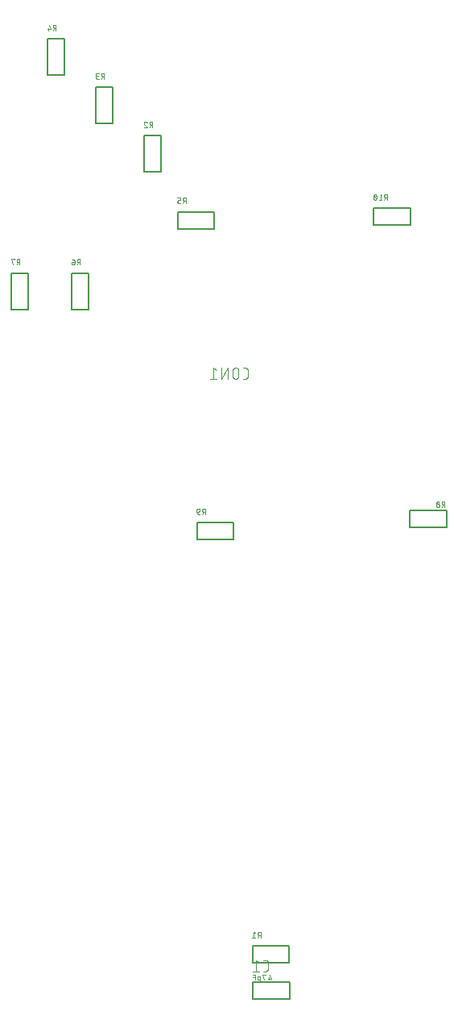
<source format=gbr>
G04 EAGLE Gerber RS-274X export*
G75*
%MOMM*%
%FSLAX34Y34*%
%LPD*%
%INSilkscreen Bottom*%
%IPPOS*%
%AMOC8*
5,1,8,0,0,1.08239X$1,22.5*%
G01*
%ADD10C,0.127000*%
%ADD11C,0.101600*%
%ADD12C,0.050800*%


D10*
X765810Y199390D02*
X804250Y199390D01*
X804250Y181610D01*
X765810Y181610D01*
X765810Y199390D01*
D11*
X776539Y210693D02*
X779136Y210693D01*
X779235Y210695D01*
X779335Y210701D01*
X779434Y210710D01*
X779532Y210723D01*
X779630Y210740D01*
X779728Y210761D01*
X779824Y210786D01*
X779919Y210814D01*
X780013Y210846D01*
X780106Y210881D01*
X780198Y210920D01*
X780288Y210963D01*
X780376Y211008D01*
X780463Y211058D01*
X780547Y211110D01*
X780630Y211166D01*
X780710Y211224D01*
X780788Y211286D01*
X780863Y211351D01*
X780936Y211419D01*
X781006Y211489D01*
X781074Y211562D01*
X781139Y211637D01*
X781201Y211715D01*
X781259Y211795D01*
X781315Y211878D01*
X781367Y211962D01*
X781417Y212049D01*
X781462Y212137D01*
X781505Y212227D01*
X781544Y212319D01*
X781579Y212412D01*
X781611Y212506D01*
X781639Y212601D01*
X781664Y212697D01*
X781685Y212795D01*
X781702Y212893D01*
X781715Y212991D01*
X781724Y213090D01*
X781730Y213190D01*
X781732Y213289D01*
X781732Y219781D01*
X781730Y219880D01*
X781724Y219980D01*
X781715Y220079D01*
X781702Y220177D01*
X781685Y220275D01*
X781664Y220373D01*
X781639Y220469D01*
X781611Y220564D01*
X781579Y220658D01*
X781544Y220751D01*
X781505Y220843D01*
X781462Y220933D01*
X781417Y221021D01*
X781367Y221108D01*
X781315Y221192D01*
X781259Y221275D01*
X781201Y221355D01*
X781139Y221433D01*
X781074Y221508D01*
X781006Y221581D01*
X780936Y221651D01*
X780863Y221719D01*
X780788Y221784D01*
X780710Y221846D01*
X780630Y221904D01*
X780547Y221960D01*
X780463Y222012D01*
X780376Y222062D01*
X780288Y222107D01*
X780198Y222150D01*
X780106Y222189D01*
X780013Y222224D01*
X779919Y222256D01*
X779824Y222284D01*
X779728Y222309D01*
X779630Y222330D01*
X779532Y222347D01*
X779434Y222360D01*
X779335Y222369D01*
X779235Y222375D01*
X779136Y222377D01*
X776539Y222377D01*
X772174Y219781D02*
X768929Y222377D01*
X768929Y210693D01*
X772174Y210693D02*
X765683Y210693D01*
D12*
X783502Y207391D02*
X784801Y202847D01*
X781555Y202847D01*
X782529Y204145D02*
X782529Y201549D01*
X779086Y206742D02*
X779086Y207391D01*
X775840Y207391D01*
X777463Y201549D01*
X773207Y199602D02*
X773207Y205444D01*
X771584Y205444D01*
X771523Y205442D01*
X771462Y205436D01*
X771401Y205427D01*
X771342Y205413D01*
X771283Y205396D01*
X771225Y205376D01*
X771169Y205351D01*
X771115Y205324D01*
X771062Y205292D01*
X771012Y205258D01*
X770963Y205220D01*
X770917Y205180D01*
X770874Y205137D01*
X770834Y205091D01*
X770796Y205043D01*
X770762Y204992D01*
X770730Y204939D01*
X770703Y204885D01*
X770678Y204829D01*
X770658Y204771D01*
X770641Y204712D01*
X770627Y204653D01*
X770618Y204592D01*
X770612Y204531D01*
X770610Y204470D01*
X770611Y204470D02*
X770611Y202523D01*
X770610Y202523D02*
X770612Y202462D01*
X770618Y202401D01*
X770627Y202340D01*
X770641Y202281D01*
X770658Y202222D01*
X770678Y202164D01*
X770703Y202108D01*
X770730Y202054D01*
X770762Y202001D01*
X770796Y201950D01*
X770834Y201902D01*
X770874Y201856D01*
X770917Y201813D01*
X770963Y201773D01*
X771011Y201735D01*
X771062Y201701D01*
X771115Y201669D01*
X771169Y201642D01*
X771225Y201617D01*
X771283Y201597D01*
X771342Y201580D01*
X771401Y201566D01*
X771462Y201557D01*
X771523Y201551D01*
X771584Y201549D01*
X773207Y201549D01*
X768025Y201549D02*
X768025Y207391D01*
X765429Y207391D01*
X765429Y204795D02*
X768025Y204795D01*
D10*
X765470Y219710D02*
X803910Y219710D01*
X765470Y219710D02*
X765470Y237490D01*
X803910Y237490D01*
X803910Y219710D01*
D12*
X774013Y246189D02*
X774013Y252031D01*
X772390Y252031D01*
X772310Y252029D01*
X772231Y252023D01*
X772152Y252013D01*
X772073Y252000D01*
X771996Y251982D01*
X771919Y251961D01*
X771843Y251936D01*
X771769Y251907D01*
X771696Y251875D01*
X771625Y251839D01*
X771556Y251800D01*
X771488Y251757D01*
X771423Y251712D01*
X771360Y251663D01*
X771300Y251611D01*
X771242Y251556D01*
X771187Y251498D01*
X771135Y251438D01*
X771086Y251375D01*
X771041Y251310D01*
X770998Y251242D01*
X770959Y251173D01*
X770923Y251102D01*
X770891Y251029D01*
X770862Y250955D01*
X770837Y250879D01*
X770816Y250802D01*
X770798Y250725D01*
X770785Y250646D01*
X770775Y250567D01*
X770769Y250488D01*
X770767Y250408D01*
X770769Y250328D01*
X770775Y250249D01*
X770785Y250170D01*
X770798Y250091D01*
X770816Y250014D01*
X770837Y249937D01*
X770862Y249861D01*
X770891Y249787D01*
X770923Y249714D01*
X770959Y249643D01*
X770998Y249574D01*
X771041Y249506D01*
X771086Y249441D01*
X771135Y249378D01*
X771187Y249318D01*
X771242Y249260D01*
X771300Y249205D01*
X771360Y249153D01*
X771423Y249104D01*
X771488Y249059D01*
X771556Y249016D01*
X771625Y248977D01*
X771696Y248941D01*
X771769Y248909D01*
X771843Y248880D01*
X771919Y248855D01*
X771996Y248834D01*
X772073Y248816D01*
X772152Y248803D01*
X772231Y248793D01*
X772310Y248787D01*
X772390Y248785D01*
X774013Y248785D01*
X772065Y248785D02*
X770767Y246189D01*
X768335Y250733D02*
X766712Y252031D01*
X766712Y246189D01*
X768335Y246189D02*
X765089Y246189D01*
D10*
X930910Y694690D02*
X969350Y694690D01*
X969350Y676910D01*
X930910Y676910D01*
X930910Y694690D01*
D12*
X967393Y698309D02*
X967393Y704151D01*
X965770Y704151D01*
X965690Y704149D01*
X965611Y704143D01*
X965532Y704133D01*
X965453Y704120D01*
X965376Y704102D01*
X965299Y704081D01*
X965223Y704056D01*
X965149Y704027D01*
X965076Y703995D01*
X965005Y703959D01*
X964936Y703920D01*
X964868Y703877D01*
X964803Y703832D01*
X964740Y703783D01*
X964680Y703731D01*
X964622Y703676D01*
X964567Y703618D01*
X964515Y703558D01*
X964466Y703495D01*
X964421Y703430D01*
X964378Y703362D01*
X964339Y703293D01*
X964303Y703222D01*
X964271Y703149D01*
X964242Y703075D01*
X964217Y702999D01*
X964196Y702922D01*
X964178Y702845D01*
X964165Y702766D01*
X964155Y702687D01*
X964149Y702608D01*
X964147Y702528D01*
X964149Y702448D01*
X964155Y702369D01*
X964165Y702290D01*
X964178Y702211D01*
X964196Y702134D01*
X964217Y702057D01*
X964242Y701981D01*
X964271Y701907D01*
X964303Y701834D01*
X964339Y701763D01*
X964378Y701694D01*
X964421Y701626D01*
X964466Y701561D01*
X964515Y701498D01*
X964567Y701438D01*
X964622Y701380D01*
X964680Y701325D01*
X964740Y701273D01*
X964803Y701224D01*
X964868Y701179D01*
X964936Y701136D01*
X965005Y701097D01*
X965076Y701061D01*
X965149Y701029D01*
X965223Y701000D01*
X965299Y700975D01*
X965376Y700954D01*
X965453Y700936D01*
X965532Y700923D01*
X965611Y700913D01*
X965690Y700907D01*
X965770Y700905D01*
X967393Y700905D01*
X965445Y700905D02*
X964147Y698309D01*
X961715Y699932D02*
X961713Y700012D01*
X961707Y700091D01*
X961697Y700170D01*
X961684Y700249D01*
X961666Y700326D01*
X961645Y700403D01*
X961620Y700479D01*
X961591Y700553D01*
X961559Y700626D01*
X961523Y700697D01*
X961484Y700766D01*
X961441Y700834D01*
X961396Y700899D01*
X961347Y700962D01*
X961295Y701022D01*
X961240Y701080D01*
X961182Y701135D01*
X961122Y701187D01*
X961059Y701236D01*
X960994Y701281D01*
X960926Y701324D01*
X960857Y701363D01*
X960786Y701399D01*
X960713Y701431D01*
X960639Y701460D01*
X960563Y701485D01*
X960486Y701506D01*
X960409Y701524D01*
X960330Y701537D01*
X960251Y701547D01*
X960172Y701553D01*
X960092Y701555D01*
X960012Y701553D01*
X959933Y701547D01*
X959854Y701537D01*
X959775Y701524D01*
X959698Y701506D01*
X959621Y701485D01*
X959545Y701460D01*
X959471Y701431D01*
X959398Y701399D01*
X959327Y701363D01*
X959258Y701324D01*
X959190Y701281D01*
X959125Y701236D01*
X959062Y701187D01*
X959002Y701135D01*
X958944Y701080D01*
X958889Y701022D01*
X958837Y700962D01*
X958788Y700899D01*
X958743Y700834D01*
X958700Y700766D01*
X958661Y700697D01*
X958625Y700626D01*
X958593Y700553D01*
X958564Y700479D01*
X958539Y700403D01*
X958518Y700326D01*
X958500Y700249D01*
X958487Y700170D01*
X958477Y700091D01*
X958471Y700012D01*
X958469Y699932D01*
X958471Y699852D01*
X958477Y699773D01*
X958487Y699694D01*
X958500Y699615D01*
X958518Y699538D01*
X958539Y699461D01*
X958564Y699385D01*
X958593Y699311D01*
X958625Y699238D01*
X958661Y699167D01*
X958700Y699098D01*
X958743Y699030D01*
X958788Y698965D01*
X958837Y698902D01*
X958889Y698842D01*
X958944Y698784D01*
X959002Y698729D01*
X959062Y698677D01*
X959125Y698628D01*
X959190Y698583D01*
X959258Y698540D01*
X959327Y698501D01*
X959398Y698465D01*
X959471Y698433D01*
X959545Y698404D01*
X959621Y698379D01*
X959698Y698358D01*
X959775Y698340D01*
X959854Y698327D01*
X959933Y698317D01*
X960012Y698311D01*
X960092Y698309D01*
X960172Y698311D01*
X960251Y698317D01*
X960330Y698327D01*
X960409Y698340D01*
X960486Y698358D01*
X960563Y698379D01*
X960639Y698404D01*
X960713Y698433D01*
X960786Y698465D01*
X960857Y698501D01*
X960926Y698540D01*
X960994Y698583D01*
X961059Y698628D01*
X961122Y698677D01*
X961182Y698729D01*
X961240Y698784D01*
X961295Y698842D01*
X961347Y698902D01*
X961396Y698965D01*
X961441Y699030D01*
X961484Y699098D01*
X961523Y699167D01*
X961559Y699238D01*
X961591Y699311D01*
X961620Y699385D01*
X961645Y699461D01*
X961666Y699538D01*
X961684Y699615D01*
X961697Y699694D01*
X961707Y699773D01*
X961713Y699852D01*
X961715Y699932D01*
X961390Y702853D02*
X961388Y702923D01*
X961382Y702993D01*
X961373Y703063D01*
X961360Y703132D01*
X961343Y703200D01*
X961322Y703267D01*
X961298Y703333D01*
X961270Y703398D01*
X961239Y703461D01*
X961204Y703522D01*
X961166Y703581D01*
X961125Y703639D01*
X961081Y703693D01*
X961034Y703746D01*
X960985Y703795D01*
X960932Y703842D01*
X960878Y703886D01*
X960820Y703927D01*
X960761Y703965D01*
X960700Y704000D01*
X960637Y704031D01*
X960572Y704059D01*
X960506Y704083D01*
X960439Y704104D01*
X960371Y704121D01*
X960302Y704134D01*
X960232Y704143D01*
X960162Y704149D01*
X960092Y704151D01*
X960022Y704149D01*
X959952Y704143D01*
X959882Y704134D01*
X959813Y704121D01*
X959745Y704104D01*
X959678Y704083D01*
X959612Y704059D01*
X959547Y704031D01*
X959484Y704000D01*
X959423Y703965D01*
X959364Y703927D01*
X959306Y703886D01*
X959252Y703842D01*
X959199Y703795D01*
X959150Y703746D01*
X959103Y703693D01*
X959059Y703639D01*
X959018Y703581D01*
X958980Y703522D01*
X958945Y703461D01*
X958914Y703398D01*
X958886Y703333D01*
X958862Y703267D01*
X958841Y703200D01*
X958824Y703132D01*
X958811Y703063D01*
X958802Y702993D01*
X958796Y702923D01*
X958794Y702853D01*
X958796Y702783D01*
X958802Y702713D01*
X958811Y702643D01*
X958824Y702574D01*
X958841Y702506D01*
X958862Y702439D01*
X958886Y702373D01*
X958914Y702308D01*
X958945Y702245D01*
X958980Y702184D01*
X959018Y702125D01*
X959059Y702067D01*
X959103Y702013D01*
X959150Y701960D01*
X959199Y701911D01*
X959252Y701864D01*
X959306Y701820D01*
X959364Y701779D01*
X959423Y701741D01*
X959484Y701706D01*
X959547Y701675D01*
X959612Y701647D01*
X959678Y701623D01*
X959745Y701602D01*
X959813Y701585D01*
X959882Y701572D01*
X959952Y701563D01*
X960022Y701557D01*
X960092Y701555D01*
X960162Y701557D01*
X960232Y701563D01*
X960302Y701572D01*
X960371Y701585D01*
X960439Y701602D01*
X960506Y701623D01*
X960572Y701647D01*
X960637Y701675D01*
X960700Y701706D01*
X960761Y701741D01*
X960820Y701779D01*
X960878Y701820D01*
X960932Y701864D01*
X960985Y701911D01*
X961034Y701960D01*
X961081Y702013D01*
X961125Y702067D01*
X961166Y702125D01*
X961204Y702184D01*
X961239Y702245D01*
X961270Y702308D01*
X961298Y702373D01*
X961322Y702439D01*
X961343Y702506D01*
X961360Y702574D01*
X961373Y702643D01*
X961382Y702713D01*
X961388Y702783D01*
X961390Y702853D01*
D10*
X745490Y664210D02*
X707050Y664210D01*
X707050Y681990D01*
X745490Y681990D01*
X745490Y664210D01*
D12*
X715593Y690689D02*
X715593Y696531D01*
X713970Y696531D01*
X713890Y696529D01*
X713811Y696523D01*
X713732Y696513D01*
X713653Y696500D01*
X713576Y696482D01*
X713499Y696461D01*
X713423Y696436D01*
X713349Y696407D01*
X713276Y696375D01*
X713205Y696339D01*
X713136Y696300D01*
X713068Y696257D01*
X713003Y696212D01*
X712940Y696163D01*
X712880Y696111D01*
X712822Y696056D01*
X712767Y695998D01*
X712715Y695938D01*
X712666Y695875D01*
X712621Y695810D01*
X712578Y695742D01*
X712539Y695673D01*
X712503Y695602D01*
X712471Y695529D01*
X712442Y695455D01*
X712417Y695379D01*
X712396Y695302D01*
X712378Y695225D01*
X712365Y695146D01*
X712355Y695067D01*
X712349Y694988D01*
X712347Y694908D01*
X712349Y694828D01*
X712355Y694749D01*
X712365Y694670D01*
X712378Y694591D01*
X712396Y694514D01*
X712417Y694437D01*
X712442Y694361D01*
X712471Y694287D01*
X712503Y694214D01*
X712539Y694143D01*
X712578Y694074D01*
X712621Y694006D01*
X712666Y693941D01*
X712715Y693878D01*
X712767Y693818D01*
X712822Y693760D01*
X712880Y693705D01*
X712940Y693653D01*
X713003Y693604D01*
X713068Y693559D01*
X713136Y693516D01*
X713205Y693477D01*
X713276Y693441D01*
X713349Y693409D01*
X713423Y693380D01*
X713499Y693355D01*
X713576Y693334D01*
X713653Y693316D01*
X713732Y693303D01*
X713811Y693293D01*
X713890Y693287D01*
X713970Y693285D01*
X715593Y693285D01*
X713645Y693285D02*
X712347Y690689D01*
X708616Y693285D02*
X706669Y693285D01*
X708616Y693286D02*
X708686Y693288D01*
X708756Y693294D01*
X708826Y693303D01*
X708895Y693316D01*
X708963Y693333D01*
X709030Y693354D01*
X709096Y693378D01*
X709161Y693406D01*
X709224Y693437D01*
X709285Y693472D01*
X709344Y693510D01*
X709402Y693551D01*
X709456Y693595D01*
X709509Y693642D01*
X709558Y693691D01*
X709605Y693744D01*
X709649Y693798D01*
X709690Y693856D01*
X709728Y693915D01*
X709763Y693976D01*
X709794Y694039D01*
X709822Y694104D01*
X709846Y694170D01*
X709867Y694237D01*
X709884Y694305D01*
X709897Y694374D01*
X709906Y694444D01*
X709912Y694514D01*
X709914Y694584D01*
X709915Y694584D02*
X709915Y694908D01*
X709913Y694988D01*
X709907Y695067D01*
X709897Y695146D01*
X709884Y695225D01*
X709866Y695302D01*
X709845Y695379D01*
X709820Y695455D01*
X709791Y695529D01*
X709759Y695602D01*
X709723Y695673D01*
X709684Y695742D01*
X709641Y695810D01*
X709596Y695875D01*
X709547Y695938D01*
X709495Y695998D01*
X709440Y696056D01*
X709382Y696111D01*
X709322Y696163D01*
X709259Y696212D01*
X709194Y696257D01*
X709126Y696300D01*
X709057Y696339D01*
X708986Y696375D01*
X708913Y696407D01*
X708839Y696436D01*
X708763Y696461D01*
X708686Y696482D01*
X708609Y696500D01*
X708530Y696513D01*
X708451Y696523D01*
X708372Y696529D01*
X708292Y696531D01*
X708212Y696529D01*
X708133Y696523D01*
X708054Y696513D01*
X707975Y696500D01*
X707898Y696482D01*
X707821Y696461D01*
X707745Y696436D01*
X707671Y696407D01*
X707598Y696375D01*
X707527Y696339D01*
X707458Y696300D01*
X707390Y696257D01*
X707325Y696212D01*
X707262Y696163D01*
X707202Y696111D01*
X707144Y696056D01*
X707089Y695998D01*
X707037Y695938D01*
X706988Y695875D01*
X706943Y695810D01*
X706900Y695742D01*
X706861Y695673D01*
X706825Y695602D01*
X706793Y695529D01*
X706764Y695455D01*
X706739Y695379D01*
X706718Y695302D01*
X706700Y695225D01*
X706687Y695146D01*
X706677Y695067D01*
X706671Y694988D01*
X706669Y694908D01*
X706669Y693285D01*
X706671Y693186D01*
X706677Y693086D01*
X706686Y692987D01*
X706699Y692889D01*
X706716Y692791D01*
X706737Y692693D01*
X706762Y692597D01*
X706790Y692502D01*
X706822Y692408D01*
X706857Y692315D01*
X706896Y692223D01*
X706939Y692133D01*
X706984Y692045D01*
X707034Y691958D01*
X707086Y691874D01*
X707142Y691791D01*
X707200Y691711D01*
X707262Y691633D01*
X707327Y691558D01*
X707395Y691485D01*
X707465Y691415D01*
X707538Y691347D01*
X707613Y691282D01*
X707691Y691220D01*
X707771Y691162D01*
X707854Y691106D01*
X707938Y691054D01*
X708025Y691004D01*
X708113Y690959D01*
X708203Y690916D01*
X708295Y690877D01*
X708388Y690842D01*
X708482Y690810D01*
X708577Y690782D01*
X708673Y690757D01*
X708771Y690736D01*
X708869Y690719D01*
X708967Y690706D01*
X709066Y690697D01*
X709166Y690691D01*
X709265Y690689D01*
D10*
X892810Y1012190D02*
X931250Y1012190D01*
X931250Y994410D01*
X892810Y994410D01*
X892810Y1012190D01*
D12*
X907068Y1020889D02*
X907068Y1026731D01*
X905445Y1026731D01*
X905365Y1026729D01*
X905286Y1026723D01*
X905207Y1026713D01*
X905128Y1026700D01*
X905051Y1026682D01*
X904974Y1026661D01*
X904898Y1026636D01*
X904824Y1026607D01*
X904751Y1026575D01*
X904680Y1026539D01*
X904611Y1026500D01*
X904543Y1026457D01*
X904478Y1026412D01*
X904415Y1026363D01*
X904355Y1026311D01*
X904297Y1026256D01*
X904242Y1026198D01*
X904190Y1026138D01*
X904141Y1026075D01*
X904096Y1026010D01*
X904053Y1025942D01*
X904014Y1025873D01*
X903978Y1025802D01*
X903946Y1025729D01*
X903917Y1025655D01*
X903892Y1025579D01*
X903871Y1025502D01*
X903853Y1025425D01*
X903840Y1025346D01*
X903830Y1025267D01*
X903824Y1025188D01*
X903822Y1025108D01*
X903824Y1025028D01*
X903830Y1024949D01*
X903840Y1024870D01*
X903853Y1024791D01*
X903871Y1024714D01*
X903892Y1024637D01*
X903917Y1024561D01*
X903946Y1024487D01*
X903978Y1024414D01*
X904014Y1024343D01*
X904053Y1024274D01*
X904096Y1024206D01*
X904141Y1024141D01*
X904190Y1024078D01*
X904242Y1024018D01*
X904297Y1023960D01*
X904355Y1023905D01*
X904415Y1023853D01*
X904478Y1023804D01*
X904543Y1023759D01*
X904611Y1023716D01*
X904680Y1023677D01*
X904751Y1023641D01*
X904824Y1023609D01*
X904898Y1023580D01*
X904974Y1023555D01*
X905051Y1023534D01*
X905128Y1023516D01*
X905207Y1023503D01*
X905286Y1023493D01*
X905365Y1023487D01*
X905445Y1023485D01*
X907068Y1023485D01*
X905120Y1023485D02*
X903822Y1020889D01*
X901390Y1025433D02*
X899767Y1026731D01*
X899767Y1020889D01*
X901390Y1020889D02*
X898144Y1020889D01*
X895674Y1023810D02*
X895672Y1023946D01*
X895666Y1024083D01*
X895657Y1024219D01*
X895643Y1024355D01*
X895626Y1024490D01*
X895605Y1024625D01*
X895580Y1024759D01*
X895551Y1024892D01*
X895518Y1025025D01*
X895482Y1025157D01*
X895442Y1025287D01*
X895398Y1025416D01*
X895351Y1025544D01*
X895300Y1025671D01*
X895245Y1025796D01*
X895187Y1025919D01*
X895188Y1025919D02*
X895164Y1025983D01*
X895137Y1026045D01*
X895106Y1026105D01*
X895072Y1026164D01*
X895035Y1026220D01*
X894994Y1026274D01*
X894951Y1026326D01*
X894905Y1026376D01*
X894856Y1026423D01*
X894804Y1026466D01*
X894750Y1026507D01*
X894694Y1026545D01*
X894636Y1026580D01*
X894576Y1026611D01*
X894514Y1026639D01*
X894451Y1026663D01*
X894386Y1026684D01*
X894321Y1026701D01*
X894254Y1026714D01*
X894187Y1026723D01*
X894120Y1026729D01*
X894052Y1026731D01*
X893984Y1026729D01*
X893917Y1026723D01*
X893850Y1026714D01*
X893783Y1026701D01*
X893718Y1026684D01*
X893653Y1026663D01*
X893590Y1026639D01*
X893528Y1026611D01*
X893468Y1026580D01*
X893410Y1026545D01*
X893354Y1026507D01*
X893300Y1026466D01*
X893248Y1026423D01*
X893199Y1026376D01*
X893153Y1026326D01*
X893110Y1026275D01*
X893069Y1026220D01*
X893032Y1026164D01*
X892998Y1026105D01*
X892967Y1026045D01*
X892940Y1025983D01*
X892916Y1025920D01*
X892916Y1025919D02*
X892858Y1025796D01*
X892803Y1025671D01*
X892752Y1025544D01*
X892705Y1025416D01*
X892661Y1025287D01*
X892621Y1025157D01*
X892585Y1025025D01*
X892552Y1024892D01*
X892523Y1024759D01*
X892498Y1024625D01*
X892477Y1024490D01*
X892460Y1024355D01*
X892446Y1024219D01*
X892437Y1024083D01*
X892431Y1023946D01*
X892429Y1023810D01*
X895675Y1023810D02*
X895673Y1023674D01*
X895667Y1023537D01*
X895658Y1023401D01*
X895644Y1023265D01*
X895627Y1023130D01*
X895606Y1022995D01*
X895581Y1022861D01*
X895552Y1022727D01*
X895519Y1022595D01*
X895483Y1022463D01*
X895443Y1022333D01*
X895399Y1022203D01*
X895352Y1022075D01*
X895301Y1021949D01*
X895246Y1021824D01*
X895188Y1021700D01*
X895164Y1021637D01*
X895137Y1021575D01*
X895106Y1021515D01*
X895072Y1021456D01*
X895035Y1021400D01*
X894994Y1021345D01*
X894951Y1021294D01*
X894905Y1021244D01*
X894856Y1021197D01*
X894804Y1021154D01*
X894750Y1021113D01*
X894694Y1021075D01*
X894636Y1021040D01*
X894576Y1021009D01*
X894514Y1020981D01*
X894451Y1020957D01*
X894386Y1020936D01*
X894321Y1020919D01*
X894254Y1020906D01*
X894187Y1020897D01*
X894120Y1020891D01*
X894052Y1020889D01*
X892916Y1021700D02*
X892858Y1021824D01*
X892803Y1021949D01*
X892752Y1022075D01*
X892705Y1022203D01*
X892661Y1022333D01*
X892621Y1022463D01*
X892585Y1022595D01*
X892552Y1022727D01*
X892523Y1022861D01*
X892498Y1022995D01*
X892477Y1023130D01*
X892460Y1023265D01*
X892446Y1023401D01*
X892437Y1023537D01*
X892431Y1023674D01*
X892429Y1023810D01*
X892916Y1021700D02*
X892940Y1021637D01*
X892967Y1021575D01*
X892998Y1021515D01*
X893032Y1021456D01*
X893069Y1021400D01*
X893110Y1021345D01*
X893153Y1021294D01*
X893199Y1021244D01*
X893248Y1021197D01*
X893300Y1021154D01*
X893354Y1021113D01*
X893410Y1021075D01*
X893468Y1021040D01*
X893528Y1021009D01*
X893590Y1020981D01*
X893653Y1020957D01*
X893718Y1020936D01*
X893783Y1020919D01*
X893850Y1020906D01*
X893917Y1020897D01*
X893984Y1020891D01*
X894052Y1020889D01*
X895350Y1022187D02*
X892754Y1025433D01*
D10*
X725170Y990600D02*
X686730Y990600D01*
X686730Y1008380D01*
X725170Y1008380D01*
X725170Y990600D01*
D12*
X695273Y1017079D02*
X695273Y1022921D01*
X693650Y1022921D01*
X693570Y1022919D01*
X693491Y1022913D01*
X693412Y1022903D01*
X693333Y1022890D01*
X693256Y1022872D01*
X693179Y1022851D01*
X693103Y1022826D01*
X693029Y1022797D01*
X692956Y1022765D01*
X692885Y1022729D01*
X692816Y1022690D01*
X692748Y1022647D01*
X692683Y1022602D01*
X692620Y1022553D01*
X692560Y1022501D01*
X692502Y1022446D01*
X692447Y1022388D01*
X692395Y1022328D01*
X692346Y1022265D01*
X692301Y1022200D01*
X692258Y1022132D01*
X692219Y1022063D01*
X692183Y1021992D01*
X692151Y1021919D01*
X692122Y1021845D01*
X692097Y1021769D01*
X692076Y1021692D01*
X692058Y1021615D01*
X692045Y1021536D01*
X692035Y1021457D01*
X692029Y1021378D01*
X692027Y1021298D01*
X692029Y1021218D01*
X692035Y1021139D01*
X692045Y1021060D01*
X692058Y1020981D01*
X692076Y1020904D01*
X692097Y1020827D01*
X692122Y1020751D01*
X692151Y1020677D01*
X692183Y1020604D01*
X692219Y1020533D01*
X692258Y1020464D01*
X692301Y1020396D01*
X692346Y1020331D01*
X692395Y1020268D01*
X692447Y1020208D01*
X692502Y1020150D01*
X692560Y1020095D01*
X692620Y1020043D01*
X692683Y1019994D01*
X692748Y1019949D01*
X692816Y1019906D01*
X692885Y1019867D01*
X692956Y1019831D01*
X693029Y1019799D01*
X693103Y1019770D01*
X693179Y1019745D01*
X693256Y1019724D01*
X693333Y1019706D01*
X693412Y1019693D01*
X693491Y1019683D01*
X693570Y1019677D01*
X693650Y1019675D01*
X695273Y1019675D01*
X693325Y1019675D02*
X692027Y1017079D01*
X689595Y1017079D02*
X687647Y1017079D01*
X687577Y1017081D01*
X687507Y1017087D01*
X687437Y1017096D01*
X687368Y1017109D01*
X687300Y1017126D01*
X687233Y1017147D01*
X687167Y1017171D01*
X687102Y1017199D01*
X687039Y1017230D01*
X686978Y1017265D01*
X686919Y1017303D01*
X686861Y1017344D01*
X686807Y1017388D01*
X686754Y1017435D01*
X686705Y1017484D01*
X686658Y1017537D01*
X686614Y1017591D01*
X686573Y1017649D01*
X686535Y1017708D01*
X686500Y1017769D01*
X686469Y1017832D01*
X686441Y1017897D01*
X686417Y1017963D01*
X686396Y1018030D01*
X686379Y1018098D01*
X686366Y1018167D01*
X686357Y1018237D01*
X686351Y1018307D01*
X686349Y1018377D01*
X686349Y1019026D01*
X686351Y1019096D01*
X686357Y1019166D01*
X686366Y1019236D01*
X686379Y1019305D01*
X686396Y1019373D01*
X686417Y1019440D01*
X686441Y1019506D01*
X686469Y1019571D01*
X686500Y1019634D01*
X686535Y1019695D01*
X686573Y1019754D01*
X686614Y1019812D01*
X686658Y1019866D01*
X686705Y1019919D01*
X686754Y1019968D01*
X686807Y1020015D01*
X686861Y1020059D01*
X686919Y1020100D01*
X686978Y1020138D01*
X687039Y1020173D01*
X687102Y1020204D01*
X687167Y1020232D01*
X687233Y1020256D01*
X687300Y1020277D01*
X687368Y1020294D01*
X687437Y1020307D01*
X687507Y1020316D01*
X687577Y1020322D01*
X687647Y1020324D01*
X687647Y1020325D02*
X689595Y1020325D01*
X689595Y1022921D01*
X686349Y1022921D01*
D10*
X575310Y943950D02*
X575310Y905510D01*
X575310Y943950D02*
X593090Y943950D01*
X593090Y905510D01*
X575310Y905510D01*
D12*
X583853Y952649D02*
X583853Y958491D01*
X582230Y958491D01*
X582150Y958489D01*
X582071Y958483D01*
X581992Y958473D01*
X581913Y958460D01*
X581836Y958442D01*
X581759Y958421D01*
X581683Y958396D01*
X581609Y958367D01*
X581536Y958335D01*
X581465Y958299D01*
X581396Y958260D01*
X581328Y958217D01*
X581263Y958172D01*
X581200Y958123D01*
X581140Y958071D01*
X581082Y958016D01*
X581027Y957958D01*
X580975Y957898D01*
X580926Y957835D01*
X580881Y957770D01*
X580838Y957702D01*
X580799Y957633D01*
X580763Y957562D01*
X580731Y957489D01*
X580702Y957415D01*
X580677Y957339D01*
X580656Y957262D01*
X580638Y957185D01*
X580625Y957106D01*
X580615Y957027D01*
X580609Y956948D01*
X580607Y956868D01*
X580609Y956788D01*
X580615Y956709D01*
X580625Y956630D01*
X580638Y956551D01*
X580656Y956474D01*
X580677Y956397D01*
X580702Y956321D01*
X580731Y956247D01*
X580763Y956174D01*
X580799Y956103D01*
X580838Y956034D01*
X580881Y955966D01*
X580926Y955901D01*
X580975Y955838D01*
X581027Y955778D01*
X581082Y955720D01*
X581140Y955665D01*
X581200Y955613D01*
X581263Y955564D01*
X581328Y955519D01*
X581396Y955476D01*
X581465Y955437D01*
X581536Y955401D01*
X581609Y955369D01*
X581683Y955340D01*
X581759Y955315D01*
X581836Y955294D01*
X581913Y955276D01*
X581992Y955263D01*
X582071Y955253D01*
X582150Y955247D01*
X582230Y955245D01*
X583853Y955245D01*
X581905Y955245D02*
X580607Y952649D01*
X578175Y955895D02*
X576227Y955895D01*
X576227Y955894D02*
X576157Y955892D01*
X576087Y955886D01*
X576017Y955877D01*
X575948Y955864D01*
X575880Y955847D01*
X575813Y955826D01*
X575747Y955802D01*
X575682Y955774D01*
X575619Y955743D01*
X575558Y955708D01*
X575499Y955670D01*
X575441Y955629D01*
X575387Y955585D01*
X575334Y955538D01*
X575285Y955489D01*
X575238Y955436D01*
X575194Y955382D01*
X575153Y955324D01*
X575115Y955265D01*
X575080Y955204D01*
X575049Y955141D01*
X575021Y955076D01*
X574997Y955010D01*
X574976Y954943D01*
X574959Y954875D01*
X574946Y954806D01*
X574937Y954736D01*
X574931Y954666D01*
X574929Y954596D01*
X574929Y954272D01*
X574931Y954192D01*
X574937Y954113D01*
X574947Y954034D01*
X574960Y953955D01*
X574978Y953878D01*
X574999Y953801D01*
X575024Y953725D01*
X575053Y953651D01*
X575085Y953578D01*
X575121Y953507D01*
X575160Y953438D01*
X575203Y953370D01*
X575248Y953305D01*
X575297Y953242D01*
X575349Y953182D01*
X575404Y953124D01*
X575462Y953069D01*
X575522Y953017D01*
X575585Y952968D01*
X575650Y952923D01*
X575718Y952880D01*
X575787Y952841D01*
X575858Y952805D01*
X575931Y952773D01*
X576005Y952744D01*
X576081Y952719D01*
X576158Y952698D01*
X576235Y952680D01*
X576314Y952667D01*
X576393Y952657D01*
X576472Y952651D01*
X576552Y952649D01*
X576632Y952651D01*
X576711Y952657D01*
X576790Y952667D01*
X576869Y952680D01*
X576946Y952698D01*
X577023Y952719D01*
X577099Y952744D01*
X577173Y952773D01*
X577246Y952805D01*
X577317Y952841D01*
X577386Y952880D01*
X577454Y952923D01*
X577519Y952968D01*
X577582Y953017D01*
X577642Y953069D01*
X577700Y953124D01*
X577755Y953182D01*
X577807Y953242D01*
X577856Y953305D01*
X577901Y953370D01*
X577944Y953438D01*
X577983Y953507D01*
X578019Y953578D01*
X578051Y953651D01*
X578080Y953725D01*
X578105Y953801D01*
X578126Y953878D01*
X578144Y953955D01*
X578157Y954034D01*
X578167Y954113D01*
X578173Y954192D01*
X578175Y954272D01*
X578175Y955895D01*
X578174Y955895D02*
X578172Y955994D01*
X578166Y956094D01*
X578157Y956193D01*
X578144Y956291D01*
X578127Y956389D01*
X578106Y956487D01*
X578081Y956583D01*
X578053Y956678D01*
X578021Y956772D01*
X577986Y956865D01*
X577947Y956957D01*
X577904Y957047D01*
X577859Y957135D01*
X577809Y957222D01*
X577757Y957306D01*
X577701Y957389D01*
X577643Y957469D01*
X577581Y957547D01*
X577516Y957622D01*
X577448Y957695D01*
X577378Y957765D01*
X577305Y957833D01*
X577230Y957898D01*
X577152Y957960D01*
X577072Y958018D01*
X576989Y958074D01*
X576905Y958126D01*
X576818Y958176D01*
X576730Y958221D01*
X576640Y958264D01*
X576548Y958303D01*
X576455Y958338D01*
X576361Y958370D01*
X576266Y958398D01*
X576170Y958423D01*
X576072Y958444D01*
X575974Y958461D01*
X575876Y958474D01*
X575777Y958483D01*
X575677Y958489D01*
X575578Y958491D01*
D10*
X511810Y943950D02*
X511810Y905510D01*
X511810Y943950D02*
X529590Y943950D01*
X529590Y905510D01*
X511810Y905510D01*
D12*
X520353Y952649D02*
X520353Y958491D01*
X518730Y958491D01*
X518650Y958489D01*
X518571Y958483D01*
X518492Y958473D01*
X518413Y958460D01*
X518336Y958442D01*
X518259Y958421D01*
X518183Y958396D01*
X518109Y958367D01*
X518036Y958335D01*
X517965Y958299D01*
X517896Y958260D01*
X517828Y958217D01*
X517763Y958172D01*
X517700Y958123D01*
X517640Y958071D01*
X517582Y958016D01*
X517527Y957958D01*
X517475Y957898D01*
X517426Y957835D01*
X517381Y957770D01*
X517338Y957702D01*
X517299Y957633D01*
X517263Y957562D01*
X517231Y957489D01*
X517202Y957415D01*
X517177Y957339D01*
X517156Y957262D01*
X517138Y957185D01*
X517125Y957106D01*
X517115Y957027D01*
X517109Y956948D01*
X517107Y956868D01*
X517109Y956788D01*
X517115Y956709D01*
X517125Y956630D01*
X517138Y956551D01*
X517156Y956474D01*
X517177Y956397D01*
X517202Y956321D01*
X517231Y956247D01*
X517263Y956174D01*
X517299Y956103D01*
X517338Y956034D01*
X517381Y955966D01*
X517426Y955901D01*
X517475Y955838D01*
X517527Y955778D01*
X517582Y955720D01*
X517640Y955665D01*
X517700Y955613D01*
X517763Y955564D01*
X517828Y955519D01*
X517896Y955476D01*
X517965Y955437D01*
X518036Y955401D01*
X518109Y955369D01*
X518183Y955340D01*
X518259Y955315D01*
X518336Y955294D01*
X518413Y955276D01*
X518492Y955263D01*
X518571Y955253D01*
X518650Y955247D01*
X518730Y955245D01*
X520353Y955245D01*
X518405Y955245D02*
X517107Y952649D01*
X514675Y957842D02*
X514675Y958491D01*
X511429Y958491D01*
X513052Y952649D01*
D10*
X669290Y1049950D02*
X669290Y1088390D01*
X669290Y1049950D02*
X651510Y1049950D01*
X651510Y1088390D01*
X669290Y1088390D01*
D12*
X660053Y1097089D02*
X660053Y1102931D01*
X658430Y1102931D01*
X658350Y1102929D01*
X658271Y1102923D01*
X658192Y1102913D01*
X658113Y1102900D01*
X658036Y1102882D01*
X657959Y1102861D01*
X657883Y1102836D01*
X657809Y1102807D01*
X657736Y1102775D01*
X657665Y1102739D01*
X657596Y1102700D01*
X657528Y1102657D01*
X657463Y1102612D01*
X657400Y1102563D01*
X657340Y1102511D01*
X657282Y1102456D01*
X657227Y1102398D01*
X657175Y1102338D01*
X657126Y1102275D01*
X657081Y1102210D01*
X657038Y1102142D01*
X656999Y1102073D01*
X656963Y1102002D01*
X656931Y1101929D01*
X656902Y1101855D01*
X656877Y1101779D01*
X656856Y1101702D01*
X656838Y1101625D01*
X656825Y1101546D01*
X656815Y1101467D01*
X656809Y1101388D01*
X656807Y1101308D01*
X656809Y1101228D01*
X656815Y1101149D01*
X656825Y1101070D01*
X656838Y1100991D01*
X656856Y1100914D01*
X656877Y1100837D01*
X656902Y1100761D01*
X656931Y1100687D01*
X656963Y1100614D01*
X656999Y1100543D01*
X657038Y1100474D01*
X657081Y1100406D01*
X657126Y1100341D01*
X657175Y1100278D01*
X657227Y1100218D01*
X657282Y1100160D01*
X657340Y1100105D01*
X657400Y1100053D01*
X657463Y1100004D01*
X657528Y1099959D01*
X657596Y1099916D01*
X657665Y1099877D01*
X657736Y1099841D01*
X657809Y1099809D01*
X657883Y1099780D01*
X657959Y1099755D01*
X658036Y1099734D01*
X658113Y1099716D01*
X658192Y1099703D01*
X658271Y1099693D01*
X658350Y1099687D01*
X658430Y1099685D01*
X660053Y1099685D01*
X658105Y1099685D02*
X656807Y1097089D01*
X651129Y1101471D02*
X651131Y1101545D01*
X651136Y1101619D01*
X651146Y1101692D01*
X651159Y1101765D01*
X651176Y1101837D01*
X651196Y1101908D01*
X651220Y1101978D01*
X651247Y1102047D01*
X651278Y1102114D01*
X651313Y1102180D01*
X651350Y1102244D01*
X651391Y1102306D01*
X651435Y1102365D01*
X651481Y1102423D01*
X651531Y1102478D01*
X651583Y1102530D01*
X651638Y1102580D01*
X651696Y1102626D01*
X651755Y1102670D01*
X651817Y1102711D01*
X651881Y1102748D01*
X651947Y1102783D01*
X652014Y1102814D01*
X652083Y1102841D01*
X652153Y1102865D01*
X652224Y1102885D01*
X652296Y1102902D01*
X652369Y1102915D01*
X652442Y1102925D01*
X652516Y1102930D01*
X652590Y1102932D01*
X652590Y1102931D02*
X652674Y1102929D01*
X652758Y1102923D01*
X652842Y1102914D01*
X652925Y1102901D01*
X653008Y1102884D01*
X653089Y1102863D01*
X653170Y1102839D01*
X653250Y1102811D01*
X653328Y1102780D01*
X653405Y1102745D01*
X653480Y1102707D01*
X653553Y1102665D01*
X653624Y1102620D01*
X653693Y1102572D01*
X653760Y1102521D01*
X653825Y1102467D01*
X653887Y1102410D01*
X653947Y1102351D01*
X654004Y1102288D01*
X654058Y1102224D01*
X654109Y1102157D01*
X654156Y1102087D01*
X654201Y1102016D01*
X654243Y1101943D01*
X654281Y1101867D01*
X654316Y1101791D01*
X654347Y1101712D01*
X654375Y1101633D01*
X651616Y1100335D02*
X651563Y1100388D01*
X651513Y1100443D01*
X651465Y1100501D01*
X651420Y1100560D01*
X651378Y1100622D01*
X651339Y1100686D01*
X651304Y1100752D01*
X651271Y1100819D01*
X651242Y1100887D01*
X651215Y1100958D01*
X651193Y1101029D01*
X651173Y1101101D01*
X651157Y1101174D01*
X651145Y1101248D01*
X651136Y1101322D01*
X651131Y1101396D01*
X651129Y1101471D01*
X651616Y1100335D02*
X654375Y1097089D01*
X651129Y1097089D01*
D10*
X618490Y1100750D02*
X618490Y1139190D01*
X618490Y1100750D02*
X600710Y1100750D01*
X600710Y1139190D01*
X618490Y1139190D01*
D12*
X609253Y1147889D02*
X609253Y1153731D01*
X607630Y1153731D01*
X607550Y1153729D01*
X607471Y1153723D01*
X607392Y1153713D01*
X607313Y1153700D01*
X607236Y1153682D01*
X607159Y1153661D01*
X607083Y1153636D01*
X607009Y1153607D01*
X606936Y1153575D01*
X606865Y1153539D01*
X606796Y1153500D01*
X606728Y1153457D01*
X606663Y1153412D01*
X606600Y1153363D01*
X606540Y1153311D01*
X606482Y1153256D01*
X606427Y1153198D01*
X606375Y1153138D01*
X606326Y1153075D01*
X606281Y1153010D01*
X606238Y1152942D01*
X606199Y1152873D01*
X606163Y1152802D01*
X606131Y1152729D01*
X606102Y1152655D01*
X606077Y1152579D01*
X606056Y1152502D01*
X606038Y1152425D01*
X606025Y1152346D01*
X606015Y1152267D01*
X606009Y1152188D01*
X606007Y1152108D01*
X606009Y1152028D01*
X606015Y1151949D01*
X606025Y1151870D01*
X606038Y1151791D01*
X606056Y1151714D01*
X606077Y1151637D01*
X606102Y1151561D01*
X606131Y1151487D01*
X606163Y1151414D01*
X606199Y1151343D01*
X606238Y1151274D01*
X606281Y1151206D01*
X606326Y1151141D01*
X606375Y1151078D01*
X606427Y1151018D01*
X606482Y1150960D01*
X606540Y1150905D01*
X606600Y1150853D01*
X606663Y1150804D01*
X606728Y1150759D01*
X606796Y1150716D01*
X606865Y1150677D01*
X606936Y1150641D01*
X607009Y1150609D01*
X607083Y1150580D01*
X607159Y1150555D01*
X607236Y1150534D01*
X607313Y1150516D01*
X607392Y1150503D01*
X607471Y1150493D01*
X607550Y1150487D01*
X607630Y1150485D01*
X609253Y1150485D01*
X607305Y1150485D02*
X606007Y1147889D01*
X603575Y1147889D02*
X601952Y1147889D01*
X601872Y1147891D01*
X601793Y1147897D01*
X601714Y1147907D01*
X601635Y1147920D01*
X601558Y1147938D01*
X601481Y1147959D01*
X601405Y1147984D01*
X601331Y1148013D01*
X601258Y1148045D01*
X601187Y1148081D01*
X601118Y1148120D01*
X601050Y1148163D01*
X600985Y1148208D01*
X600922Y1148257D01*
X600862Y1148309D01*
X600804Y1148364D01*
X600749Y1148422D01*
X600697Y1148482D01*
X600648Y1148545D01*
X600603Y1148610D01*
X600560Y1148678D01*
X600521Y1148747D01*
X600485Y1148818D01*
X600453Y1148891D01*
X600424Y1148965D01*
X600399Y1149041D01*
X600378Y1149118D01*
X600360Y1149195D01*
X600347Y1149274D01*
X600337Y1149353D01*
X600331Y1149432D01*
X600329Y1149512D01*
X600331Y1149592D01*
X600337Y1149671D01*
X600347Y1149750D01*
X600360Y1149829D01*
X600378Y1149906D01*
X600399Y1149983D01*
X600424Y1150059D01*
X600453Y1150133D01*
X600485Y1150206D01*
X600521Y1150277D01*
X600560Y1150346D01*
X600603Y1150414D01*
X600648Y1150479D01*
X600697Y1150542D01*
X600749Y1150602D01*
X600804Y1150660D01*
X600862Y1150715D01*
X600922Y1150767D01*
X600985Y1150816D01*
X601050Y1150861D01*
X601118Y1150904D01*
X601187Y1150943D01*
X601258Y1150979D01*
X601331Y1151011D01*
X601405Y1151040D01*
X601481Y1151065D01*
X601558Y1151086D01*
X601635Y1151104D01*
X601714Y1151117D01*
X601793Y1151127D01*
X601872Y1151133D01*
X601952Y1151135D01*
X601627Y1153731D02*
X603575Y1153731D01*
X601627Y1153731D02*
X601557Y1153729D01*
X601487Y1153723D01*
X601417Y1153714D01*
X601348Y1153701D01*
X601280Y1153684D01*
X601213Y1153663D01*
X601147Y1153639D01*
X601082Y1153611D01*
X601019Y1153580D01*
X600958Y1153545D01*
X600899Y1153507D01*
X600841Y1153466D01*
X600787Y1153422D01*
X600734Y1153375D01*
X600685Y1153326D01*
X600638Y1153273D01*
X600594Y1153219D01*
X600553Y1153161D01*
X600515Y1153102D01*
X600480Y1153041D01*
X600449Y1152978D01*
X600421Y1152913D01*
X600397Y1152847D01*
X600376Y1152780D01*
X600359Y1152712D01*
X600346Y1152643D01*
X600337Y1152573D01*
X600331Y1152503D01*
X600329Y1152433D01*
X600331Y1152363D01*
X600337Y1152293D01*
X600346Y1152223D01*
X600359Y1152154D01*
X600376Y1152086D01*
X600397Y1152019D01*
X600421Y1151953D01*
X600449Y1151888D01*
X600480Y1151825D01*
X600515Y1151764D01*
X600553Y1151705D01*
X600594Y1151647D01*
X600638Y1151593D01*
X600685Y1151540D01*
X600734Y1151491D01*
X600787Y1151444D01*
X600841Y1151400D01*
X600899Y1151359D01*
X600958Y1151321D01*
X601019Y1151286D01*
X601082Y1151255D01*
X601147Y1151227D01*
X601213Y1151203D01*
X601280Y1151182D01*
X601348Y1151165D01*
X601417Y1151152D01*
X601487Y1151143D01*
X601557Y1151137D01*
X601627Y1151135D01*
X602925Y1151135D01*
D10*
X567690Y1151550D02*
X567690Y1189990D01*
X567690Y1151550D02*
X549910Y1151550D01*
X549910Y1189990D01*
X567690Y1189990D01*
D12*
X558453Y1198689D02*
X558453Y1204531D01*
X556830Y1204531D01*
X556750Y1204529D01*
X556671Y1204523D01*
X556592Y1204513D01*
X556513Y1204500D01*
X556436Y1204482D01*
X556359Y1204461D01*
X556283Y1204436D01*
X556209Y1204407D01*
X556136Y1204375D01*
X556065Y1204339D01*
X555996Y1204300D01*
X555928Y1204257D01*
X555863Y1204212D01*
X555800Y1204163D01*
X555740Y1204111D01*
X555682Y1204056D01*
X555627Y1203998D01*
X555575Y1203938D01*
X555526Y1203875D01*
X555481Y1203810D01*
X555438Y1203742D01*
X555399Y1203673D01*
X555363Y1203602D01*
X555331Y1203529D01*
X555302Y1203455D01*
X555277Y1203379D01*
X555256Y1203302D01*
X555238Y1203225D01*
X555225Y1203146D01*
X555215Y1203067D01*
X555209Y1202988D01*
X555207Y1202908D01*
X555209Y1202828D01*
X555215Y1202749D01*
X555225Y1202670D01*
X555238Y1202591D01*
X555256Y1202514D01*
X555277Y1202437D01*
X555302Y1202361D01*
X555331Y1202287D01*
X555363Y1202214D01*
X555399Y1202143D01*
X555438Y1202074D01*
X555481Y1202006D01*
X555526Y1201941D01*
X555575Y1201878D01*
X555627Y1201818D01*
X555682Y1201760D01*
X555740Y1201705D01*
X555800Y1201653D01*
X555863Y1201604D01*
X555928Y1201559D01*
X555996Y1201516D01*
X556065Y1201477D01*
X556136Y1201441D01*
X556209Y1201409D01*
X556283Y1201380D01*
X556359Y1201355D01*
X556436Y1201334D01*
X556513Y1201316D01*
X556592Y1201303D01*
X556671Y1201293D01*
X556750Y1201287D01*
X556830Y1201285D01*
X558453Y1201285D01*
X556505Y1201285D02*
X555207Y1198689D01*
X552775Y1199987D02*
X551476Y1204531D01*
X552775Y1199987D02*
X549529Y1199987D01*
X550503Y1201285D02*
X550503Y1198689D01*
D11*
X755066Y832838D02*
X757663Y832838D01*
X757762Y832840D01*
X757862Y832846D01*
X757961Y832855D01*
X758059Y832868D01*
X758157Y832885D01*
X758255Y832906D01*
X758351Y832931D01*
X758446Y832959D01*
X758540Y832991D01*
X758633Y833026D01*
X758725Y833065D01*
X758815Y833108D01*
X758903Y833153D01*
X758990Y833203D01*
X759074Y833255D01*
X759157Y833311D01*
X759237Y833369D01*
X759315Y833431D01*
X759390Y833496D01*
X759463Y833564D01*
X759533Y833634D01*
X759601Y833707D01*
X759666Y833782D01*
X759728Y833860D01*
X759786Y833940D01*
X759842Y834023D01*
X759894Y834107D01*
X759944Y834194D01*
X759989Y834282D01*
X760032Y834372D01*
X760071Y834464D01*
X760106Y834557D01*
X760138Y834651D01*
X760166Y834746D01*
X760191Y834842D01*
X760212Y834940D01*
X760229Y835038D01*
X760242Y835136D01*
X760251Y835235D01*
X760257Y835335D01*
X760259Y835434D01*
X760259Y841926D01*
X760257Y842025D01*
X760251Y842125D01*
X760242Y842224D01*
X760229Y842322D01*
X760212Y842420D01*
X760191Y842518D01*
X760166Y842614D01*
X760138Y842709D01*
X760106Y842803D01*
X760071Y842896D01*
X760032Y842988D01*
X759989Y843078D01*
X759944Y843166D01*
X759894Y843253D01*
X759842Y843337D01*
X759786Y843420D01*
X759728Y843500D01*
X759666Y843578D01*
X759601Y843653D01*
X759533Y843726D01*
X759463Y843796D01*
X759390Y843864D01*
X759315Y843929D01*
X759237Y843991D01*
X759157Y844049D01*
X759074Y844105D01*
X758990Y844157D01*
X758903Y844207D01*
X758815Y844252D01*
X758725Y844295D01*
X758633Y844334D01*
X758540Y844369D01*
X758446Y844401D01*
X758351Y844429D01*
X758255Y844454D01*
X758157Y844475D01*
X758059Y844492D01*
X757961Y844505D01*
X757862Y844514D01*
X757762Y844520D01*
X757663Y844522D01*
X755066Y844522D01*
X750701Y841276D02*
X750701Y836084D01*
X750701Y841276D02*
X750699Y841389D01*
X750693Y841502D01*
X750683Y841615D01*
X750669Y841728D01*
X750652Y841840D01*
X750630Y841951D01*
X750605Y842061D01*
X750575Y842171D01*
X750542Y842279D01*
X750505Y842386D01*
X750465Y842492D01*
X750420Y842596D01*
X750372Y842699D01*
X750321Y842800D01*
X750266Y842899D01*
X750208Y842996D01*
X750146Y843091D01*
X750081Y843184D01*
X750013Y843274D01*
X749942Y843362D01*
X749867Y843448D01*
X749790Y843531D01*
X749710Y843611D01*
X749627Y843688D01*
X749541Y843763D01*
X749453Y843834D01*
X749363Y843902D01*
X749270Y843967D01*
X749175Y844029D01*
X749078Y844087D01*
X748979Y844142D01*
X748878Y844193D01*
X748775Y844241D01*
X748671Y844286D01*
X748565Y844326D01*
X748458Y844363D01*
X748350Y844396D01*
X748240Y844426D01*
X748130Y844451D01*
X748019Y844473D01*
X747907Y844490D01*
X747794Y844504D01*
X747681Y844514D01*
X747568Y844520D01*
X747455Y844522D01*
X747342Y844520D01*
X747229Y844514D01*
X747116Y844504D01*
X747003Y844490D01*
X746891Y844473D01*
X746780Y844451D01*
X746670Y844426D01*
X746560Y844396D01*
X746452Y844363D01*
X746345Y844326D01*
X746239Y844286D01*
X746135Y844241D01*
X746032Y844193D01*
X745931Y844142D01*
X745832Y844087D01*
X745735Y844029D01*
X745640Y843967D01*
X745547Y843902D01*
X745457Y843834D01*
X745369Y843763D01*
X745283Y843688D01*
X745200Y843611D01*
X745120Y843531D01*
X745043Y843448D01*
X744968Y843362D01*
X744897Y843274D01*
X744829Y843184D01*
X744764Y843091D01*
X744702Y842996D01*
X744644Y842899D01*
X744589Y842800D01*
X744538Y842699D01*
X744490Y842596D01*
X744445Y842492D01*
X744405Y842386D01*
X744368Y842279D01*
X744335Y842171D01*
X744305Y842061D01*
X744280Y841951D01*
X744258Y841840D01*
X744241Y841728D01*
X744227Y841615D01*
X744217Y841502D01*
X744211Y841389D01*
X744209Y841276D01*
X744210Y841276D02*
X744210Y836084D01*
X744209Y836084D02*
X744211Y835971D01*
X744217Y835858D01*
X744227Y835745D01*
X744241Y835632D01*
X744258Y835520D01*
X744280Y835409D01*
X744305Y835299D01*
X744335Y835189D01*
X744368Y835081D01*
X744405Y834974D01*
X744445Y834868D01*
X744490Y834764D01*
X744538Y834661D01*
X744589Y834560D01*
X744644Y834461D01*
X744702Y834364D01*
X744764Y834269D01*
X744829Y834176D01*
X744897Y834086D01*
X744968Y833998D01*
X745043Y833912D01*
X745120Y833829D01*
X745200Y833749D01*
X745283Y833672D01*
X745369Y833597D01*
X745457Y833526D01*
X745547Y833458D01*
X745640Y833393D01*
X745735Y833331D01*
X745832Y833273D01*
X745931Y833218D01*
X746032Y833167D01*
X746135Y833119D01*
X746239Y833074D01*
X746345Y833034D01*
X746452Y832997D01*
X746560Y832964D01*
X746670Y832934D01*
X746780Y832909D01*
X746891Y832887D01*
X747003Y832870D01*
X747116Y832856D01*
X747229Y832846D01*
X747342Y832840D01*
X747455Y832838D01*
X747568Y832840D01*
X747681Y832846D01*
X747794Y832856D01*
X747907Y832870D01*
X748019Y832887D01*
X748130Y832909D01*
X748240Y832934D01*
X748350Y832964D01*
X748458Y832997D01*
X748565Y833034D01*
X748671Y833074D01*
X748775Y833119D01*
X748878Y833167D01*
X748979Y833218D01*
X749078Y833273D01*
X749175Y833331D01*
X749270Y833393D01*
X749363Y833458D01*
X749453Y833526D01*
X749541Y833597D01*
X749627Y833672D01*
X749710Y833749D01*
X749790Y833829D01*
X749867Y833912D01*
X749942Y833998D01*
X750013Y834086D01*
X750081Y834176D01*
X750146Y834269D01*
X750208Y834364D01*
X750266Y834461D01*
X750321Y834560D01*
X750372Y834661D01*
X750420Y834764D01*
X750465Y834868D01*
X750505Y834974D01*
X750542Y835081D01*
X750575Y835189D01*
X750605Y835299D01*
X750630Y835409D01*
X750652Y835520D01*
X750669Y835632D01*
X750683Y835745D01*
X750693Y835858D01*
X750699Y835971D01*
X750701Y836084D01*
X738890Y832838D02*
X738890Y844522D01*
X732399Y832838D01*
X732399Y844522D01*
X727079Y841926D02*
X723834Y844522D01*
X723834Y832838D01*
X727079Y832838D02*
X720588Y832838D01*
M02*

</source>
